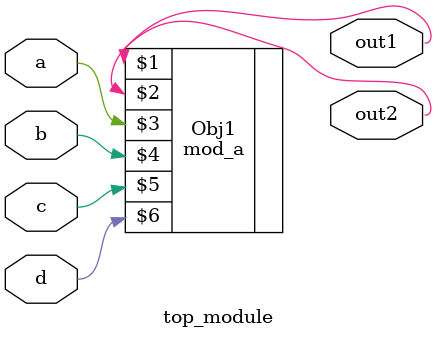
<source format=v>
module top_module ( 
    input a, 
    input b, 
    input c,
    input d,
    output out1,
    output out2
);
    mod_a Obj1(out1, out2, a, b, c, d);
endmodule

</source>
